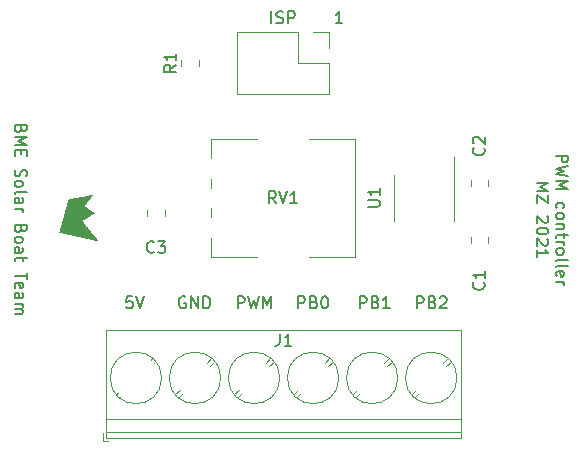
<source format=gbr>
%TF.GenerationSoftware,KiCad,Pcbnew,5.1.9-73d0e3b20d~88~ubuntu20.04.1*%
%TF.CreationDate,2021-04-09T22:55:46+02:00*%
%TF.ProjectId,hardware,68617264-7761-4726-952e-6b696361645f,rev?*%
%TF.SameCoordinates,Original*%
%TF.FileFunction,Legend,Top*%
%TF.FilePolarity,Positive*%
%FSLAX46Y46*%
G04 Gerber Fmt 4.6, Leading zero omitted, Abs format (unit mm)*
G04 Created by KiCad (PCBNEW 5.1.9-73d0e3b20d~88~ubuntu20.04.1) date 2021-04-09 22:55:46*
%MOMM*%
%LPD*%
G01*
G04 APERTURE LIST*
%ADD10C,0.150000*%
%ADD11C,0.010000*%
%ADD12C,0.120000*%
%ADD13R,2.600000X2.600000*%
%ADD14C,2.600000*%
%ADD15R,1.700000X1.700000*%
%ADD16O,1.700000X1.700000*%
%ADD17C,4.000000*%
%ADD18C,1.800000*%
%ADD19C,3.200000*%
G04 APERTURE END LIST*
D10*
X118372619Y-133571428D02*
X119372619Y-133571428D01*
X119372619Y-133952380D01*
X119325000Y-134047619D01*
X119277380Y-134095238D01*
X119182142Y-134142857D01*
X119039285Y-134142857D01*
X118944047Y-134095238D01*
X118896428Y-134047619D01*
X118848809Y-133952380D01*
X118848809Y-133571428D01*
X119372619Y-134476190D02*
X118372619Y-134714285D01*
X119086904Y-134904761D01*
X118372619Y-135095238D01*
X119372619Y-135333333D01*
X118372619Y-135714285D02*
X119372619Y-135714285D01*
X118658333Y-136047619D01*
X119372619Y-136380952D01*
X118372619Y-136380952D01*
X118420238Y-138047619D02*
X118372619Y-137952380D01*
X118372619Y-137761904D01*
X118420238Y-137666666D01*
X118467857Y-137619047D01*
X118563095Y-137571428D01*
X118848809Y-137571428D01*
X118944047Y-137619047D01*
X118991666Y-137666666D01*
X119039285Y-137761904D01*
X119039285Y-137952380D01*
X118991666Y-138047619D01*
X118372619Y-138619047D02*
X118420238Y-138523809D01*
X118467857Y-138476190D01*
X118563095Y-138428571D01*
X118848809Y-138428571D01*
X118944047Y-138476190D01*
X118991666Y-138523809D01*
X119039285Y-138619047D01*
X119039285Y-138761904D01*
X118991666Y-138857142D01*
X118944047Y-138904761D01*
X118848809Y-138952380D01*
X118563095Y-138952380D01*
X118467857Y-138904761D01*
X118420238Y-138857142D01*
X118372619Y-138761904D01*
X118372619Y-138619047D01*
X119039285Y-139380952D02*
X118372619Y-139380952D01*
X118944047Y-139380952D02*
X118991666Y-139428571D01*
X119039285Y-139523809D01*
X119039285Y-139666666D01*
X118991666Y-139761904D01*
X118896428Y-139809523D01*
X118372619Y-139809523D01*
X119039285Y-140142857D02*
X119039285Y-140523809D01*
X119372619Y-140285714D02*
X118515476Y-140285714D01*
X118420238Y-140333333D01*
X118372619Y-140428571D01*
X118372619Y-140523809D01*
X118372619Y-140857142D02*
X119039285Y-140857142D01*
X118848809Y-140857142D02*
X118944047Y-140904761D01*
X118991666Y-140952380D01*
X119039285Y-141047619D01*
X119039285Y-141142857D01*
X118372619Y-141619047D02*
X118420238Y-141523809D01*
X118467857Y-141476190D01*
X118563095Y-141428571D01*
X118848809Y-141428571D01*
X118944047Y-141476190D01*
X118991666Y-141523809D01*
X119039285Y-141619047D01*
X119039285Y-141761904D01*
X118991666Y-141857142D01*
X118944047Y-141904761D01*
X118848809Y-141952380D01*
X118563095Y-141952380D01*
X118467857Y-141904761D01*
X118420238Y-141857142D01*
X118372619Y-141761904D01*
X118372619Y-141619047D01*
X118372619Y-142523809D02*
X118420238Y-142428571D01*
X118515476Y-142380952D01*
X119372619Y-142380952D01*
X118372619Y-143047619D02*
X118420238Y-142952380D01*
X118515476Y-142904761D01*
X119372619Y-142904761D01*
X118420238Y-143809523D02*
X118372619Y-143714285D01*
X118372619Y-143523809D01*
X118420238Y-143428571D01*
X118515476Y-143380952D01*
X118896428Y-143380952D01*
X118991666Y-143428571D01*
X119039285Y-143523809D01*
X119039285Y-143714285D01*
X118991666Y-143809523D01*
X118896428Y-143857142D01*
X118801190Y-143857142D01*
X118705952Y-143380952D01*
X118372619Y-144285714D02*
X119039285Y-144285714D01*
X118848809Y-144285714D02*
X118944047Y-144333333D01*
X118991666Y-144380952D01*
X119039285Y-144476190D01*
X119039285Y-144571428D01*
X116722619Y-135904761D02*
X117722619Y-135904761D01*
X117008333Y-136238095D01*
X117722619Y-136571428D01*
X116722619Y-136571428D01*
X117722619Y-136952380D02*
X117722619Y-137619047D01*
X116722619Y-136952380D01*
X116722619Y-137619047D01*
X117627380Y-138714285D02*
X117675000Y-138761904D01*
X117722619Y-138857142D01*
X117722619Y-139095238D01*
X117675000Y-139190476D01*
X117627380Y-139238095D01*
X117532142Y-139285714D01*
X117436904Y-139285714D01*
X117294047Y-139238095D01*
X116722619Y-138666666D01*
X116722619Y-139285714D01*
X117722619Y-139904761D02*
X117722619Y-140000000D01*
X117675000Y-140095238D01*
X117627380Y-140142857D01*
X117532142Y-140190476D01*
X117341666Y-140238095D01*
X117103571Y-140238095D01*
X116913095Y-140190476D01*
X116817857Y-140142857D01*
X116770238Y-140095238D01*
X116722619Y-140000000D01*
X116722619Y-139904761D01*
X116770238Y-139809523D01*
X116817857Y-139761904D01*
X116913095Y-139714285D01*
X117103571Y-139666666D01*
X117341666Y-139666666D01*
X117532142Y-139714285D01*
X117627380Y-139761904D01*
X117675000Y-139809523D01*
X117722619Y-139904761D01*
X117627380Y-140619047D02*
X117675000Y-140666666D01*
X117722619Y-140761904D01*
X117722619Y-141000000D01*
X117675000Y-141095238D01*
X117627380Y-141142857D01*
X117532142Y-141190476D01*
X117436904Y-141190476D01*
X117294047Y-141142857D01*
X116722619Y-140571428D01*
X116722619Y-141190476D01*
X116722619Y-142142857D02*
X116722619Y-141571428D01*
X116722619Y-141857142D02*
X117722619Y-141857142D01*
X117579761Y-141761904D01*
X117484523Y-141666666D01*
X117436904Y-141571428D01*
X73071428Y-131333333D02*
X73023809Y-131476190D01*
X72976190Y-131523809D01*
X72880952Y-131571428D01*
X72738095Y-131571428D01*
X72642857Y-131523809D01*
X72595238Y-131476190D01*
X72547619Y-131380952D01*
X72547619Y-131000000D01*
X73547619Y-131000000D01*
X73547619Y-131333333D01*
X73500000Y-131428571D01*
X73452380Y-131476190D01*
X73357142Y-131523809D01*
X73261904Y-131523809D01*
X73166666Y-131476190D01*
X73119047Y-131428571D01*
X73071428Y-131333333D01*
X73071428Y-131000000D01*
X72547619Y-132000000D02*
X73547619Y-132000000D01*
X72833333Y-132333333D01*
X73547619Y-132666666D01*
X72547619Y-132666666D01*
X73071428Y-133142857D02*
X73071428Y-133476190D01*
X72547619Y-133619047D02*
X72547619Y-133142857D01*
X73547619Y-133142857D01*
X73547619Y-133619047D01*
X72595238Y-134761904D02*
X72547619Y-134904761D01*
X72547619Y-135142857D01*
X72595238Y-135238095D01*
X72642857Y-135285714D01*
X72738095Y-135333333D01*
X72833333Y-135333333D01*
X72928571Y-135285714D01*
X72976190Y-135238095D01*
X73023809Y-135142857D01*
X73071428Y-134952380D01*
X73119047Y-134857142D01*
X73166666Y-134809523D01*
X73261904Y-134761904D01*
X73357142Y-134761904D01*
X73452380Y-134809523D01*
X73500000Y-134857142D01*
X73547619Y-134952380D01*
X73547619Y-135190476D01*
X73500000Y-135333333D01*
X72547619Y-135904761D02*
X72595238Y-135809523D01*
X72642857Y-135761904D01*
X72738095Y-135714285D01*
X73023809Y-135714285D01*
X73119047Y-135761904D01*
X73166666Y-135809523D01*
X73214285Y-135904761D01*
X73214285Y-136047619D01*
X73166666Y-136142857D01*
X73119047Y-136190476D01*
X73023809Y-136238095D01*
X72738095Y-136238095D01*
X72642857Y-136190476D01*
X72595238Y-136142857D01*
X72547619Y-136047619D01*
X72547619Y-135904761D01*
X72547619Y-136809523D02*
X72595238Y-136714285D01*
X72690476Y-136666666D01*
X73547619Y-136666666D01*
X72547619Y-137619047D02*
X73071428Y-137619047D01*
X73166666Y-137571428D01*
X73214285Y-137476190D01*
X73214285Y-137285714D01*
X73166666Y-137190476D01*
X72595238Y-137619047D02*
X72547619Y-137523809D01*
X72547619Y-137285714D01*
X72595238Y-137190476D01*
X72690476Y-137142857D01*
X72785714Y-137142857D01*
X72880952Y-137190476D01*
X72928571Y-137285714D01*
X72928571Y-137523809D01*
X72976190Y-137619047D01*
X72547619Y-138095238D02*
X73214285Y-138095238D01*
X73023809Y-138095238D02*
X73119047Y-138142857D01*
X73166666Y-138190476D01*
X73214285Y-138285714D01*
X73214285Y-138380952D01*
X73071428Y-139809523D02*
X73023809Y-139952380D01*
X72976190Y-140000000D01*
X72880952Y-140047619D01*
X72738095Y-140047619D01*
X72642857Y-140000000D01*
X72595238Y-139952380D01*
X72547619Y-139857142D01*
X72547619Y-139476190D01*
X73547619Y-139476190D01*
X73547619Y-139809523D01*
X73500000Y-139904761D01*
X73452380Y-139952380D01*
X73357142Y-140000000D01*
X73261904Y-140000000D01*
X73166666Y-139952380D01*
X73119047Y-139904761D01*
X73071428Y-139809523D01*
X73071428Y-139476190D01*
X72547619Y-140619047D02*
X72595238Y-140523809D01*
X72642857Y-140476190D01*
X72738095Y-140428571D01*
X73023809Y-140428571D01*
X73119047Y-140476190D01*
X73166666Y-140523809D01*
X73214285Y-140619047D01*
X73214285Y-140761904D01*
X73166666Y-140857142D01*
X73119047Y-140904761D01*
X73023809Y-140952380D01*
X72738095Y-140952380D01*
X72642857Y-140904761D01*
X72595238Y-140857142D01*
X72547619Y-140761904D01*
X72547619Y-140619047D01*
X72547619Y-141809523D02*
X73071428Y-141809523D01*
X73166666Y-141761904D01*
X73214285Y-141666666D01*
X73214285Y-141476190D01*
X73166666Y-141380952D01*
X72595238Y-141809523D02*
X72547619Y-141714285D01*
X72547619Y-141476190D01*
X72595238Y-141380952D01*
X72690476Y-141333333D01*
X72785714Y-141333333D01*
X72880952Y-141380952D01*
X72928571Y-141476190D01*
X72928571Y-141714285D01*
X72976190Y-141809523D01*
X73214285Y-142142857D02*
X73214285Y-142523809D01*
X73547619Y-142285714D02*
X72690476Y-142285714D01*
X72595238Y-142333333D01*
X72547619Y-142428571D01*
X72547619Y-142523809D01*
X73547619Y-143476190D02*
X73547619Y-144047619D01*
X72547619Y-143761904D02*
X73547619Y-143761904D01*
X72595238Y-144761904D02*
X72547619Y-144666666D01*
X72547619Y-144476190D01*
X72595238Y-144380952D01*
X72690476Y-144333333D01*
X73071428Y-144333333D01*
X73166666Y-144380952D01*
X73214285Y-144476190D01*
X73214285Y-144666666D01*
X73166666Y-144761904D01*
X73071428Y-144809523D01*
X72976190Y-144809523D01*
X72880952Y-144333333D01*
X72547619Y-145666666D02*
X73071428Y-145666666D01*
X73166666Y-145619047D01*
X73214285Y-145523809D01*
X73214285Y-145333333D01*
X73166666Y-145238095D01*
X72595238Y-145666666D02*
X72547619Y-145571428D01*
X72547619Y-145333333D01*
X72595238Y-145238095D01*
X72690476Y-145190476D01*
X72785714Y-145190476D01*
X72880952Y-145238095D01*
X72928571Y-145333333D01*
X72928571Y-145571428D01*
X72976190Y-145666666D01*
X72547619Y-146142857D02*
X73214285Y-146142857D01*
X73119047Y-146142857D02*
X73166666Y-146190476D01*
X73214285Y-146285714D01*
X73214285Y-146428571D01*
X73166666Y-146523809D01*
X73071428Y-146571428D01*
X72547619Y-146571428D01*
X73071428Y-146571428D02*
X73166666Y-146619047D01*
X73214285Y-146714285D01*
X73214285Y-146857142D01*
X73166666Y-146952380D01*
X73071428Y-147000000D01*
X72547619Y-147000000D01*
X106584904Y-146502380D02*
X106584904Y-145502380D01*
X106965857Y-145502380D01*
X107061095Y-145550000D01*
X107108714Y-145597619D01*
X107156333Y-145692857D01*
X107156333Y-145835714D01*
X107108714Y-145930952D01*
X107061095Y-145978571D01*
X106965857Y-146026190D01*
X106584904Y-146026190D01*
X107918238Y-145978571D02*
X108061095Y-146026190D01*
X108108714Y-146073809D01*
X108156333Y-146169047D01*
X108156333Y-146311904D01*
X108108714Y-146407142D01*
X108061095Y-146454761D01*
X107965857Y-146502380D01*
X107584904Y-146502380D01*
X107584904Y-145502380D01*
X107918238Y-145502380D01*
X108013476Y-145550000D01*
X108061095Y-145597619D01*
X108108714Y-145692857D01*
X108108714Y-145788095D01*
X108061095Y-145883333D01*
X108013476Y-145930952D01*
X107918238Y-145978571D01*
X107584904Y-145978571D01*
X108537285Y-145597619D02*
X108584904Y-145550000D01*
X108680142Y-145502380D01*
X108918238Y-145502380D01*
X109013476Y-145550000D01*
X109061095Y-145597619D01*
X109108714Y-145692857D01*
X109108714Y-145788095D01*
X109061095Y-145930952D01*
X108489666Y-146502380D01*
X109108714Y-146502380D01*
X101758904Y-146502380D02*
X101758904Y-145502380D01*
X102139857Y-145502380D01*
X102235095Y-145550000D01*
X102282714Y-145597619D01*
X102330333Y-145692857D01*
X102330333Y-145835714D01*
X102282714Y-145930952D01*
X102235095Y-145978571D01*
X102139857Y-146026190D01*
X101758904Y-146026190D01*
X103092238Y-145978571D02*
X103235095Y-146026190D01*
X103282714Y-146073809D01*
X103330333Y-146169047D01*
X103330333Y-146311904D01*
X103282714Y-146407142D01*
X103235095Y-146454761D01*
X103139857Y-146502380D01*
X102758904Y-146502380D01*
X102758904Y-145502380D01*
X103092238Y-145502380D01*
X103187476Y-145550000D01*
X103235095Y-145597619D01*
X103282714Y-145692857D01*
X103282714Y-145788095D01*
X103235095Y-145883333D01*
X103187476Y-145930952D01*
X103092238Y-145978571D01*
X102758904Y-145978571D01*
X104282714Y-146502380D02*
X103711285Y-146502380D01*
X103997000Y-146502380D02*
X103997000Y-145502380D01*
X103901761Y-145645238D01*
X103806523Y-145740476D01*
X103711285Y-145788095D01*
X96551904Y-146502380D02*
X96551904Y-145502380D01*
X96932857Y-145502380D01*
X97028095Y-145550000D01*
X97075714Y-145597619D01*
X97123333Y-145692857D01*
X97123333Y-145835714D01*
X97075714Y-145930952D01*
X97028095Y-145978571D01*
X96932857Y-146026190D01*
X96551904Y-146026190D01*
X97885238Y-145978571D02*
X98028095Y-146026190D01*
X98075714Y-146073809D01*
X98123333Y-146169047D01*
X98123333Y-146311904D01*
X98075714Y-146407142D01*
X98028095Y-146454761D01*
X97932857Y-146502380D01*
X97551904Y-146502380D01*
X97551904Y-145502380D01*
X97885238Y-145502380D01*
X97980476Y-145550000D01*
X98028095Y-145597619D01*
X98075714Y-145692857D01*
X98075714Y-145788095D01*
X98028095Y-145883333D01*
X97980476Y-145930952D01*
X97885238Y-145978571D01*
X97551904Y-145978571D01*
X98742380Y-145502380D02*
X98837619Y-145502380D01*
X98932857Y-145550000D01*
X98980476Y-145597619D01*
X99028095Y-145692857D01*
X99075714Y-145883333D01*
X99075714Y-146121428D01*
X99028095Y-146311904D01*
X98980476Y-146407142D01*
X98932857Y-146454761D01*
X98837619Y-146502380D01*
X98742380Y-146502380D01*
X98647142Y-146454761D01*
X98599523Y-146407142D01*
X98551904Y-146311904D01*
X98504285Y-146121428D01*
X98504285Y-145883333D01*
X98551904Y-145692857D01*
X98599523Y-145597619D01*
X98647142Y-145550000D01*
X98742380Y-145502380D01*
X91432238Y-146502380D02*
X91432238Y-145502380D01*
X91813190Y-145502380D01*
X91908428Y-145550000D01*
X91956047Y-145597619D01*
X92003666Y-145692857D01*
X92003666Y-145835714D01*
X91956047Y-145930952D01*
X91908428Y-145978571D01*
X91813190Y-146026190D01*
X91432238Y-146026190D01*
X92337000Y-145502380D02*
X92575095Y-146502380D01*
X92765571Y-145788095D01*
X92956047Y-146502380D01*
X93194142Y-145502380D01*
X93575095Y-146502380D02*
X93575095Y-145502380D01*
X93908428Y-146216666D01*
X94241761Y-145502380D01*
X94241761Y-146502380D01*
X86995095Y-145550000D02*
X86899857Y-145502380D01*
X86757000Y-145502380D01*
X86614142Y-145550000D01*
X86518904Y-145645238D01*
X86471285Y-145740476D01*
X86423666Y-145930952D01*
X86423666Y-146073809D01*
X86471285Y-146264285D01*
X86518904Y-146359523D01*
X86614142Y-146454761D01*
X86757000Y-146502380D01*
X86852238Y-146502380D01*
X86995095Y-146454761D01*
X87042714Y-146407142D01*
X87042714Y-146073809D01*
X86852238Y-146073809D01*
X87471285Y-146502380D02*
X87471285Y-145502380D01*
X88042714Y-146502380D01*
X88042714Y-145502380D01*
X88518904Y-146502380D02*
X88518904Y-145502380D01*
X88757000Y-145502380D01*
X88899857Y-145550000D01*
X88995095Y-145645238D01*
X89042714Y-145740476D01*
X89090333Y-145930952D01*
X89090333Y-146073809D01*
X89042714Y-146264285D01*
X88995095Y-146359523D01*
X88899857Y-146454761D01*
X88757000Y-146502380D01*
X88518904Y-146502380D01*
X82486523Y-145502380D02*
X82010333Y-145502380D01*
X81962714Y-145978571D01*
X82010333Y-145930952D01*
X82105571Y-145883333D01*
X82343666Y-145883333D01*
X82438904Y-145930952D01*
X82486523Y-145978571D01*
X82534142Y-146073809D01*
X82534142Y-146311904D01*
X82486523Y-146407142D01*
X82438904Y-146454761D01*
X82343666Y-146502380D01*
X82105571Y-146502380D01*
X82010333Y-146454761D01*
X81962714Y-146407142D01*
X82819857Y-145502380D02*
X83153190Y-146502380D01*
X83486523Y-145502380D01*
X94273809Y-122372380D02*
X94273809Y-121372380D01*
X94702380Y-122324761D02*
X94845238Y-122372380D01*
X95083333Y-122372380D01*
X95178571Y-122324761D01*
X95226190Y-122277142D01*
X95273809Y-122181904D01*
X95273809Y-122086666D01*
X95226190Y-121991428D01*
X95178571Y-121943809D01*
X95083333Y-121896190D01*
X94892857Y-121848571D01*
X94797619Y-121800952D01*
X94750000Y-121753333D01*
X94702380Y-121658095D01*
X94702380Y-121562857D01*
X94750000Y-121467619D01*
X94797619Y-121420000D01*
X94892857Y-121372380D01*
X95130952Y-121372380D01*
X95273809Y-121420000D01*
X95702380Y-122372380D02*
X95702380Y-121372380D01*
X96083333Y-121372380D01*
X96178571Y-121420000D01*
X96226190Y-121467619D01*
X96273809Y-121562857D01*
X96273809Y-121705714D01*
X96226190Y-121800952D01*
X96178571Y-121848571D01*
X96083333Y-121896190D01*
X95702380Y-121896190D01*
X100285714Y-122372380D02*
X99714285Y-122372380D01*
X100000000Y-122372380D02*
X100000000Y-121372380D01*
X99904761Y-121515238D01*
X99809523Y-121610476D01*
X99714285Y-121658095D01*
D11*
%TO.C,G\u002A\u002A\u002A*%
G36*
X79492176Y-140722967D02*
G01*
X79480820Y-140725648D01*
X79469993Y-140724977D01*
X79451354Y-140722416D01*
X79426993Y-140718353D01*
X79399001Y-140713178D01*
X79369468Y-140707279D01*
X79340482Y-140701045D01*
X79314134Y-140694864D01*
X79310640Y-140693992D01*
X79300642Y-140691617D01*
X79281600Y-140687243D01*
X79254216Y-140681025D01*
X79219189Y-140673118D01*
X79177220Y-140663678D01*
X79129009Y-140652861D01*
X79075256Y-140640822D01*
X79016661Y-140627718D01*
X78953925Y-140613704D01*
X78887747Y-140598935D01*
X78818828Y-140583568D01*
X78747868Y-140567759D01*
X78675567Y-140551662D01*
X78602625Y-140535433D01*
X78529743Y-140519229D01*
X78457621Y-140503205D01*
X78386958Y-140487517D01*
X78318455Y-140472320D01*
X78252813Y-140457771D01*
X78190730Y-140444024D01*
X78132909Y-140431236D01*
X78080047Y-140419563D01*
X78032847Y-140409159D01*
X77992008Y-140400182D01*
X77958230Y-140392786D01*
X77932213Y-140387127D01*
X77914658Y-140383361D01*
X77906265Y-140381644D01*
X77906020Y-140381601D01*
X77886164Y-140377853D01*
X77863064Y-140372896D01*
X77850140Y-140369856D01*
X77828867Y-140364769D01*
X77801234Y-140358371D01*
X77769769Y-140351225D01*
X77737001Y-140343897D01*
X77705458Y-140336948D01*
X77677667Y-140330944D01*
X77656157Y-140326446D01*
X77649480Y-140325119D01*
X77631286Y-140321245D01*
X77615342Y-140317258D01*
X77608840Y-140315288D01*
X77601459Y-140313340D01*
X77585167Y-140309450D01*
X77560979Y-140303850D01*
X77529910Y-140296769D01*
X77492975Y-140288436D01*
X77451188Y-140279083D01*
X77405565Y-140268938D01*
X77357120Y-140258231D01*
X77352300Y-140257170D01*
X77302854Y-140246269D01*
X77255484Y-140235802D01*
X77211309Y-140226019D01*
X77171444Y-140217167D01*
X77137006Y-140209494D01*
X77109110Y-140203248D01*
X77088874Y-140198679D01*
X77077413Y-140196034D01*
X77077226Y-140195989D01*
X77054492Y-140190760D01*
X77027576Y-140184913D01*
X76998422Y-140178830D01*
X76968975Y-140172896D01*
X76941181Y-140167493D01*
X76916984Y-140163005D01*
X76898329Y-140159816D01*
X76887161Y-140158309D01*
X76885746Y-140158240D01*
X76874511Y-140156384D01*
X76869447Y-140153719D01*
X76861286Y-140149904D01*
X76844030Y-140144772D01*
X76818630Y-140138531D01*
X76786034Y-140131391D01*
X76747194Y-140123561D01*
X76703059Y-140115248D01*
X76657278Y-140107126D01*
X76639685Y-140103559D01*
X76625322Y-140099709D01*
X76619178Y-140097320D01*
X76609069Y-140093371D01*
X76593864Y-140089058D01*
X76587760Y-140087636D01*
X76571825Y-140084055D01*
X76550139Y-140079038D01*
X76526828Y-140073541D01*
X76521720Y-140072321D01*
X76499834Y-140067515D01*
X76479752Y-140063862D01*
X76464971Y-140061978D01*
X76462134Y-140061850D01*
X76446775Y-140060663D01*
X76426700Y-140057691D01*
X76404721Y-140053531D01*
X76383649Y-140048776D01*
X76366296Y-140044023D01*
X76355474Y-140039868D01*
X76354080Y-140038962D01*
X76342648Y-140031842D01*
X76337570Y-140029631D01*
X76329711Y-140022633D01*
X76330072Y-140012465D01*
X76332904Y-140008126D01*
X76338030Y-139998382D01*
X76342689Y-139983506D01*
X76345858Y-139967820D01*
X76346513Y-139955652D01*
X76345946Y-139952990D01*
X76346012Y-139943460D01*
X76350055Y-139929839D01*
X76351831Y-139925788D01*
X76357956Y-139909896D01*
X76363985Y-139889504D01*
X76367077Y-139876300D01*
X76372763Y-139853459D01*
X76380324Y-139829221D01*
X76384519Y-139817880D01*
X76388559Y-139806303D01*
X76394848Y-139786365D01*
X76402973Y-139759508D01*
X76412525Y-139727178D01*
X76423090Y-139690816D01*
X76434257Y-139651867D01*
X76445615Y-139611775D01*
X76456751Y-139571984D01*
X76467255Y-139533936D01*
X76476713Y-139499076D01*
X76484716Y-139468847D01*
X76490272Y-139447040D01*
X76497453Y-139420215D01*
X76506345Y-139390039D01*
X76515121Y-139362687D01*
X76515807Y-139360680D01*
X76523232Y-139337095D01*
X76529636Y-139313204D01*
X76533869Y-139293382D01*
X76534440Y-139289682D01*
X76537756Y-139272036D01*
X76542103Y-139257263D01*
X76544742Y-139251582D01*
X76546762Y-139245718D01*
X76551329Y-139230723D01*
X76558258Y-139207255D01*
X76567364Y-139175971D01*
X76578463Y-139137525D01*
X76591368Y-139092575D01*
X76605896Y-139041777D01*
X76621861Y-138985787D01*
X76639078Y-138925262D01*
X76657363Y-138860857D01*
X76676530Y-138793228D01*
X76696395Y-138723033D01*
X76716772Y-138650928D01*
X76737476Y-138577568D01*
X76758324Y-138503610D01*
X76779128Y-138429710D01*
X76799706Y-138356524D01*
X76819871Y-138284710D01*
X76839440Y-138214922D01*
X76858225Y-138147818D01*
X76876044Y-138084053D01*
X76892711Y-138024285D01*
X76908041Y-137969168D01*
X76921849Y-137919359D01*
X76933949Y-137875516D01*
X76944158Y-137838293D01*
X76952290Y-137808347D01*
X76958161Y-137786335D01*
X76961584Y-137772912D01*
X76962111Y-137770640D01*
X76966780Y-137750834D01*
X76971577Y-137732822D01*
X76974831Y-137722380D01*
X76978044Y-137712399D01*
X76983794Y-137693368D01*
X76991870Y-137666015D01*
X77002061Y-137631071D01*
X77014155Y-137589266D01*
X77027941Y-137541329D01*
X77043208Y-137487991D01*
X77059744Y-137429982D01*
X77074812Y-137376940D01*
X77084494Y-137342986D01*
X77091952Y-137317592D01*
X77097690Y-137299533D01*
X77102213Y-137287580D01*
X77106025Y-137280506D01*
X77109628Y-137277087D01*
X77113527Y-137276093D01*
X77116206Y-137276150D01*
X77127697Y-137275533D01*
X77145036Y-137273116D01*
X77161800Y-137269962D01*
X77177903Y-137266677D01*
X77202708Y-137261794D01*
X77235620Y-137255422D01*
X77276046Y-137247673D01*
X77323391Y-137238656D01*
X77377061Y-137228483D01*
X77436461Y-137217263D01*
X77500997Y-137205108D01*
X77570075Y-137192127D01*
X77643100Y-137178432D01*
X77719478Y-137164131D01*
X77798614Y-137149337D01*
X77879915Y-137134160D01*
X77962786Y-137118709D01*
X78046632Y-137103095D01*
X78130859Y-137087430D01*
X78214873Y-137071822D01*
X78298079Y-137056383D01*
X78379884Y-137041224D01*
X78459692Y-137026454D01*
X78536909Y-137012184D01*
X78610942Y-136998524D01*
X78681195Y-136985586D01*
X78747074Y-136973478D01*
X78807985Y-136962313D01*
X78863334Y-136952200D01*
X78912525Y-136943250D01*
X78954966Y-136935573D01*
X78990061Y-136929280D01*
X79017216Y-136924481D01*
X79035837Y-136921286D01*
X79045329Y-136919806D01*
X79046461Y-136919728D01*
X79051347Y-136927456D01*
X79048049Y-136937276D01*
X79041922Y-136943250D01*
X79037054Y-136948561D01*
X79026682Y-136961244D01*
X79011283Y-136980672D01*
X78991328Y-137006216D01*
X78967294Y-137037250D01*
X78939653Y-137073146D01*
X78908880Y-137113278D01*
X78875448Y-137157018D01*
X78839833Y-137203740D01*
X78802508Y-137252815D01*
X78763946Y-137303618D01*
X78724623Y-137355519D01*
X78685012Y-137407894D01*
X78645588Y-137460113D01*
X78606823Y-137511551D01*
X78569194Y-137561579D01*
X78533172Y-137609572D01*
X78499234Y-137654900D01*
X78467852Y-137696939D01*
X78439501Y-137735059D01*
X78414654Y-137768635D01*
X78393787Y-137797038D01*
X78377372Y-137819642D01*
X78365885Y-137835820D01*
X78359799Y-137844944D01*
X78358947Y-137846785D01*
X78364823Y-137851115D01*
X78366091Y-137851992D01*
X78366091Y-137883645D01*
X78365760Y-137884340D01*
X78369337Y-137888976D01*
X78370840Y-137890020D01*
X78375590Y-137891314D01*
X78375920Y-137890619D01*
X78372344Y-137885983D01*
X78370840Y-137884940D01*
X78366091Y-137883645D01*
X78366091Y-137851992D01*
X78378389Y-137860498D01*
X78398947Y-137874472D01*
X78425801Y-137892576D01*
X78457531Y-137913862D01*
X78457531Y-137944605D01*
X78457200Y-137945300D01*
X78460777Y-137949936D01*
X78462280Y-137950980D01*
X78467030Y-137952274D01*
X78467360Y-137951579D01*
X78463784Y-137946943D01*
X78462280Y-137945900D01*
X78457531Y-137944605D01*
X78457531Y-137913862D01*
X78458254Y-137914348D01*
X78488011Y-137934246D01*
X78488011Y-137964925D01*
X78487680Y-137965620D01*
X78491257Y-137970256D01*
X78492760Y-137971300D01*
X78497510Y-137972594D01*
X78497840Y-137971899D01*
X78494264Y-137967263D01*
X78492760Y-137966220D01*
X78488011Y-137964925D01*
X78488011Y-137934246D01*
X78495609Y-137939327D01*
X78505460Y-137945898D01*
X78505460Y-137973840D01*
X78502920Y-137976380D01*
X78505460Y-137978920D01*
X78508000Y-137976380D01*
X78505460Y-137973840D01*
X78505460Y-137945898D01*
X78537169Y-137967052D01*
X78551180Y-137976381D01*
X78551180Y-138004320D01*
X78548640Y-138006860D01*
X78551180Y-138009400D01*
X78553720Y-138006860D01*
X78551180Y-138004320D01*
X78551180Y-137976381D01*
X78582236Y-137997062D01*
X78630115Y-138028894D01*
X78680109Y-138062088D01*
X78731519Y-138096182D01*
X78783651Y-138130715D01*
X78835805Y-138165226D01*
X78887287Y-138199253D01*
X78937398Y-138232335D01*
X78985443Y-138264010D01*
X79030723Y-138293818D01*
X79072543Y-138321297D01*
X79110205Y-138345985D01*
X79143012Y-138367421D01*
X79170267Y-138385144D01*
X79191274Y-138398693D01*
X79205336Y-138407606D01*
X79211756Y-138411421D01*
X79212032Y-138411529D01*
X79216743Y-138412633D01*
X79220143Y-138414106D01*
X79221812Y-138416213D01*
X79221330Y-138419217D01*
X79218279Y-138423383D01*
X79212239Y-138428975D01*
X79202792Y-138436256D01*
X79189516Y-138445490D01*
X79171994Y-138456941D01*
X79149806Y-138470874D01*
X79122533Y-138487551D01*
X79089755Y-138507238D01*
X79051053Y-138530197D01*
X79006008Y-138556693D01*
X78954200Y-138586990D01*
X78895210Y-138621352D01*
X78828619Y-138660042D01*
X78754008Y-138703325D01*
X78683646Y-138744110D01*
X78615602Y-138783551D01*
X78550017Y-138821579D01*
X78487424Y-138857885D01*
X78428358Y-138892157D01*
X78373353Y-138924086D01*
X78322945Y-138953361D01*
X78277667Y-138979670D01*
X78238054Y-139002705D01*
X78204641Y-139022153D01*
X78177961Y-139037705D01*
X78158551Y-139049050D01*
X78146943Y-139055877D01*
X78143611Y-139057896D01*
X78146599Y-139061948D01*
X78155747Y-139073481D01*
X78170757Y-139092132D01*
X78191332Y-139117536D01*
X78217174Y-139149332D01*
X78247986Y-139187155D01*
X78283471Y-139230641D01*
X78323332Y-139279427D01*
X78367271Y-139333151D01*
X78414991Y-139391447D01*
X78466195Y-139453953D01*
X78520586Y-139520305D01*
X78577866Y-139590140D01*
X78637738Y-139663094D01*
X78699904Y-139738803D01*
X78764068Y-139816905D01*
X78818865Y-139883574D01*
X78884520Y-139963477D01*
X78948440Y-140041349D01*
X79010326Y-140116822D01*
X79069881Y-140189530D01*
X79126805Y-140259106D01*
X79180799Y-140325182D01*
X79231566Y-140387390D01*
X79278805Y-140445365D01*
X79322219Y-140498739D01*
X79361508Y-140547143D01*
X79396374Y-140590212D01*
X79426519Y-140627579D01*
X79448131Y-140654500D01*
X79448131Y-140692885D01*
X79447800Y-140693580D01*
X79451377Y-140698216D01*
X79452880Y-140699260D01*
X79457630Y-140700554D01*
X79457960Y-140699859D01*
X79454384Y-140695223D01*
X79452880Y-140694180D01*
X79448131Y-140692885D01*
X79448131Y-140654500D01*
X79451643Y-140658875D01*
X79471447Y-140683733D01*
X79485634Y-140701787D01*
X79493904Y-140712670D01*
X79496060Y-140715986D01*
X79492176Y-140722967D01*
G37*
X79492176Y-140722967D02*
X79480820Y-140725648D01*
X79469993Y-140724977D01*
X79451354Y-140722416D01*
X79426993Y-140718353D01*
X79399001Y-140713178D01*
X79369468Y-140707279D01*
X79340482Y-140701045D01*
X79314134Y-140694864D01*
X79310640Y-140693992D01*
X79300642Y-140691617D01*
X79281600Y-140687243D01*
X79254216Y-140681025D01*
X79219189Y-140673118D01*
X79177220Y-140663678D01*
X79129009Y-140652861D01*
X79075256Y-140640822D01*
X79016661Y-140627718D01*
X78953925Y-140613704D01*
X78887747Y-140598935D01*
X78818828Y-140583568D01*
X78747868Y-140567759D01*
X78675567Y-140551662D01*
X78602625Y-140535433D01*
X78529743Y-140519229D01*
X78457621Y-140503205D01*
X78386958Y-140487517D01*
X78318455Y-140472320D01*
X78252813Y-140457771D01*
X78190730Y-140444024D01*
X78132909Y-140431236D01*
X78080047Y-140419563D01*
X78032847Y-140409159D01*
X77992008Y-140400182D01*
X77958230Y-140392786D01*
X77932213Y-140387127D01*
X77914658Y-140383361D01*
X77906265Y-140381644D01*
X77906020Y-140381601D01*
X77886164Y-140377853D01*
X77863064Y-140372896D01*
X77850140Y-140369856D01*
X77828867Y-140364769D01*
X77801234Y-140358371D01*
X77769769Y-140351225D01*
X77737001Y-140343897D01*
X77705458Y-140336948D01*
X77677667Y-140330944D01*
X77656157Y-140326446D01*
X77649480Y-140325119D01*
X77631286Y-140321245D01*
X77615342Y-140317258D01*
X77608840Y-140315288D01*
X77601459Y-140313340D01*
X77585167Y-140309450D01*
X77560979Y-140303850D01*
X77529910Y-140296769D01*
X77492975Y-140288436D01*
X77451188Y-140279083D01*
X77405565Y-140268938D01*
X77357120Y-140258231D01*
X77352300Y-140257170D01*
X77302854Y-140246269D01*
X77255484Y-140235802D01*
X77211309Y-140226019D01*
X77171444Y-140217167D01*
X77137006Y-140209494D01*
X77109110Y-140203248D01*
X77088874Y-140198679D01*
X77077413Y-140196034D01*
X77077226Y-140195989D01*
X77054492Y-140190760D01*
X77027576Y-140184913D01*
X76998422Y-140178830D01*
X76968975Y-140172896D01*
X76941181Y-140167493D01*
X76916984Y-140163005D01*
X76898329Y-140159816D01*
X76887161Y-140158309D01*
X76885746Y-140158240D01*
X76874511Y-140156384D01*
X76869447Y-140153719D01*
X76861286Y-140149904D01*
X76844030Y-140144772D01*
X76818630Y-140138531D01*
X76786034Y-140131391D01*
X76747194Y-140123561D01*
X76703059Y-140115248D01*
X76657278Y-140107126D01*
X76639685Y-140103559D01*
X76625322Y-140099709D01*
X76619178Y-140097320D01*
X76609069Y-140093371D01*
X76593864Y-140089058D01*
X76587760Y-140087636D01*
X76571825Y-140084055D01*
X76550139Y-140079038D01*
X76526828Y-140073541D01*
X76521720Y-140072321D01*
X76499834Y-140067515D01*
X76479752Y-140063862D01*
X76464971Y-140061978D01*
X76462134Y-140061850D01*
X76446775Y-140060663D01*
X76426700Y-140057691D01*
X76404721Y-140053531D01*
X76383649Y-140048776D01*
X76366296Y-140044023D01*
X76355474Y-140039868D01*
X76354080Y-140038962D01*
X76342648Y-140031842D01*
X76337570Y-140029631D01*
X76329711Y-140022633D01*
X76330072Y-140012465D01*
X76332904Y-140008126D01*
X76338030Y-139998382D01*
X76342689Y-139983506D01*
X76345858Y-139967820D01*
X76346513Y-139955652D01*
X76345946Y-139952990D01*
X76346012Y-139943460D01*
X76350055Y-139929839D01*
X76351831Y-139925788D01*
X76357956Y-139909896D01*
X76363985Y-139889504D01*
X76367077Y-139876300D01*
X76372763Y-139853459D01*
X76380324Y-139829221D01*
X76384519Y-139817880D01*
X76388559Y-139806303D01*
X76394848Y-139786365D01*
X76402973Y-139759508D01*
X76412525Y-139727178D01*
X76423090Y-139690816D01*
X76434257Y-139651867D01*
X76445615Y-139611775D01*
X76456751Y-139571984D01*
X76467255Y-139533936D01*
X76476713Y-139499076D01*
X76484716Y-139468847D01*
X76490272Y-139447040D01*
X76497453Y-139420215D01*
X76506345Y-139390039D01*
X76515121Y-139362687D01*
X76515807Y-139360680D01*
X76523232Y-139337095D01*
X76529636Y-139313204D01*
X76533869Y-139293382D01*
X76534440Y-139289682D01*
X76537756Y-139272036D01*
X76542103Y-139257263D01*
X76544742Y-139251582D01*
X76546762Y-139245718D01*
X76551329Y-139230723D01*
X76558258Y-139207255D01*
X76567364Y-139175971D01*
X76578463Y-139137525D01*
X76591368Y-139092575D01*
X76605896Y-139041777D01*
X76621861Y-138985787D01*
X76639078Y-138925262D01*
X76657363Y-138860857D01*
X76676530Y-138793228D01*
X76696395Y-138723033D01*
X76716772Y-138650928D01*
X76737476Y-138577568D01*
X76758324Y-138503610D01*
X76779128Y-138429710D01*
X76799706Y-138356524D01*
X76819871Y-138284710D01*
X76839440Y-138214922D01*
X76858225Y-138147818D01*
X76876044Y-138084053D01*
X76892711Y-138024285D01*
X76908041Y-137969168D01*
X76921849Y-137919359D01*
X76933949Y-137875516D01*
X76944158Y-137838293D01*
X76952290Y-137808347D01*
X76958161Y-137786335D01*
X76961584Y-137772912D01*
X76962111Y-137770640D01*
X76966780Y-137750834D01*
X76971577Y-137732822D01*
X76974831Y-137722380D01*
X76978044Y-137712399D01*
X76983794Y-137693368D01*
X76991870Y-137666015D01*
X77002061Y-137631071D01*
X77014155Y-137589266D01*
X77027941Y-137541329D01*
X77043208Y-137487991D01*
X77059744Y-137429982D01*
X77074812Y-137376940D01*
X77084494Y-137342986D01*
X77091952Y-137317592D01*
X77097690Y-137299533D01*
X77102213Y-137287580D01*
X77106025Y-137280506D01*
X77109628Y-137277087D01*
X77113527Y-137276093D01*
X77116206Y-137276150D01*
X77127697Y-137275533D01*
X77145036Y-137273116D01*
X77161800Y-137269962D01*
X77177903Y-137266677D01*
X77202708Y-137261794D01*
X77235620Y-137255422D01*
X77276046Y-137247673D01*
X77323391Y-137238656D01*
X77377061Y-137228483D01*
X77436461Y-137217263D01*
X77500997Y-137205108D01*
X77570075Y-137192127D01*
X77643100Y-137178432D01*
X77719478Y-137164131D01*
X77798614Y-137149337D01*
X77879915Y-137134160D01*
X77962786Y-137118709D01*
X78046632Y-137103095D01*
X78130859Y-137087430D01*
X78214873Y-137071822D01*
X78298079Y-137056383D01*
X78379884Y-137041224D01*
X78459692Y-137026454D01*
X78536909Y-137012184D01*
X78610942Y-136998524D01*
X78681195Y-136985586D01*
X78747074Y-136973478D01*
X78807985Y-136962313D01*
X78863334Y-136952200D01*
X78912525Y-136943250D01*
X78954966Y-136935573D01*
X78990061Y-136929280D01*
X79017216Y-136924481D01*
X79035837Y-136921286D01*
X79045329Y-136919806D01*
X79046461Y-136919728D01*
X79051347Y-136927456D01*
X79048049Y-136937276D01*
X79041922Y-136943250D01*
X79037054Y-136948561D01*
X79026682Y-136961244D01*
X79011283Y-136980672D01*
X78991328Y-137006216D01*
X78967294Y-137037250D01*
X78939653Y-137073146D01*
X78908880Y-137113278D01*
X78875448Y-137157018D01*
X78839833Y-137203740D01*
X78802508Y-137252815D01*
X78763946Y-137303618D01*
X78724623Y-137355519D01*
X78685012Y-137407894D01*
X78645588Y-137460113D01*
X78606823Y-137511551D01*
X78569194Y-137561579D01*
X78533172Y-137609572D01*
X78499234Y-137654900D01*
X78467852Y-137696939D01*
X78439501Y-137735059D01*
X78414654Y-137768635D01*
X78393787Y-137797038D01*
X78377372Y-137819642D01*
X78365885Y-137835820D01*
X78359799Y-137844944D01*
X78358947Y-137846785D01*
X78364823Y-137851115D01*
X78366091Y-137851992D01*
X78366091Y-137883645D01*
X78365760Y-137884340D01*
X78369337Y-137888976D01*
X78370840Y-137890020D01*
X78375590Y-137891314D01*
X78375920Y-137890619D01*
X78372344Y-137885983D01*
X78370840Y-137884940D01*
X78366091Y-137883645D01*
X78366091Y-137851992D01*
X78378389Y-137860498D01*
X78398947Y-137874472D01*
X78425801Y-137892576D01*
X78457531Y-137913862D01*
X78457531Y-137944605D01*
X78457200Y-137945300D01*
X78460777Y-137949936D01*
X78462280Y-137950980D01*
X78467030Y-137952274D01*
X78467360Y-137951579D01*
X78463784Y-137946943D01*
X78462280Y-137945900D01*
X78457531Y-137944605D01*
X78457531Y-137913862D01*
X78458254Y-137914348D01*
X78488011Y-137934246D01*
X78488011Y-137964925D01*
X78487680Y-137965620D01*
X78491257Y-137970256D01*
X78492760Y-137971300D01*
X78497510Y-137972594D01*
X78497840Y-137971899D01*
X78494264Y-137967263D01*
X78492760Y-137966220D01*
X78488011Y-137964925D01*
X78488011Y-137934246D01*
X78495609Y-137939327D01*
X78505460Y-137945898D01*
X78505460Y-137973840D01*
X78502920Y-137976380D01*
X78505460Y-137978920D01*
X78508000Y-137976380D01*
X78505460Y-137973840D01*
X78505460Y-137945898D01*
X78537169Y-137967052D01*
X78551180Y-137976381D01*
X78551180Y-138004320D01*
X78548640Y-138006860D01*
X78551180Y-138009400D01*
X78553720Y-138006860D01*
X78551180Y-138004320D01*
X78551180Y-137976381D01*
X78582236Y-137997062D01*
X78630115Y-138028894D01*
X78680109Y-138062088D01*
X78731519Y-138096182D01*
X78783651Y-138130715D01*
X78835805Y-138165226D01*
X78887287Y-138199253D01*
X78937398Y-138232335D01*
X78985443Y-138264010D01*
X79030723Y-138293818D01*
X79072543Y-138321297D01*
X79110205Y-138345985D01*
X79143012Y-138367421D01*
X79170267Y-138385144D01*
X79191274Y-138398693D01*
X79205336Y-138407606D01*
X79211756Y-138411421D01*
X79212032Y-138411529D01*
X79216743Y-138412633D01*
X79220143Y-138414106D01*
X79221812Y-138416213D01*
X79221330Y-138419217D01*
X79218279Y-138423383D01*
X79212239Y-138428975D01*
X79202792Y-138436256D01*
X79189516Y-138445490D01*
X79171994Y-138456941D01*
X79149806Y-138470874D01*
X79122533Y-138487551D01*
X79089755Y-138507238D01*
X79051053Y-138530197D01*
X79006008Y-138556693D01*
X78954200Y-138586990D01*
X78895210Y-138621352D01*
X78828619Y-138660042D01*
X78754008Y-138703325D01*
X78683646Y-138744110D01*
X78615602Y-138783551D01*
X78550017Y-138821579D01*
X78487424Y-138857885D01*
X78428358Y-138892157D01*
X78373353Y-138924086D01*
X78322945Y-138953361D01*
X78277667Y-138979670D01*
X78238054Y-139002705D01*
X78204641Y-139022153D01*
X78177961Y-139037705D01*
X78158551Y-139049050D01*
X78146943Y-139055877D01*
X78143611Y-139057896D01*
X78146599Y-139061948D01*
X78155747Y-139073481D01*
X78170757Y-139092132D01*
X78191332Y-139117536D01*
X78217174Y-139149332D01*
X78247986Y-139187155D01*
X78283471Y-139230641D01*
X78323332Y-139279427D01*
X78367271Y-139333151D01*
X78414991Y-139391447D01*
X78466195Y-139453953D01*
X78520586Y-139520305D01*
X78577866Y-139590140D01*
X78637738Y-139663094D01*
X78699904Y-139738803D01*
X78764068Y-139816905D01*
X78818865Y-139883574D01*
X78884520Y-139963477D01*
X78948440Y-140041349D01*
X79010326Y-140116822D01*
X79069881Y-140189530D01*
X79126805Y-140259106D01*
X79180799Y-140325182D01*
X79231566Y-140387390D01*
X79278805Y-140445365D01*
X79322219Y-140498739D01*
X79361508Y-140547143D01*
X79396374Y-140590212D01*
X79426519Y-140627579D01*
X79448131Y-140654500D01*
X79448131Y-140692885D01*
X79447800Y-140693580D01*
X79451377Y-140698216D01*
X79452880Y-140699260D01*
X79457630Y-140700554D01*
X79457960Y-140699859D01*
X79454384Y-140695223D01*
X79452880Y-140694180D01*
X79448131Y-140692885D01*
X79448131Y-140654500D01*
X79451643Y-140658875D01*
X79471447Y-140683733D01*
X79485634Y-140701787D01*
X79493904Y-140712670D01*
X79496060Y-140715986D01*
X79492176Y-140722967D01*
D12*
%TO.C,C1*%
X112622000Y-140476248D02*
X112622000Y-140998752D01*
X111152000Y-140476248D02*
X111152000Y-140998752D01*
%TO.C,C2*%
X112622000Y-136172752D02*
X112622000Y-135650248D01*
X111152000Y-136172752D02*
X111152000Y-135650248D01*
%TO.C,C3*%
X83765000Y-138201248D02*
X83765000Y-138723752D01*
X85235000Y-138201248D02*
X85235000Y-138723752D01*
%TO.C,J1*%
X80004000Y-157700000D02*
X80404000Y-157700000D01*
X80004000Y-157060000D02*
X80004000Y-157700000D01*
X106546000Y-153392000D02*
X106151000Y-153788000D01*
X109192000Y-150746000D02*
X108812000Y-151126000D01*
X106797000Y-153674000D02*
X106417000Y-154054000D01*
X109458000Y-151012000D02*
X109063000Y-151408000D01*
X101546000Y-153392000D02*
X101151000Y-153788000D01*
X104192000Y-150746000D02*
X103812000Y-151126000D01*
X101797000Y-153674000D02*
X101417000Y-154054000D01*
X104458000Y-151012000D02*
X104063000Y-151408000D01*
X96546000Y-153392000D02*
X96151000Y-153788000D01*
X99192000Y-150746000D02*
X98812000Y-151126000D01*
X96797000Y-153674000D02*
X96417000Y-154054000D01*
X99458000Y-151012000D02*
X99063000Y-151408000D01*
X91546000Y-153392000D02*
X91151000Y-153788000D01*
X94192000Y-150746000D02*
X93812000Y-151126000D01*
X91797000Y-153674000D02*
X91417000Y-154054000D01*
X94458000Y-151012000D02*
X94063000Y-151408000D01*
X86546000Y-153392000D02*
X86151000Y-153788000D01*
X89192000Y-150746000D02*
X88812000Y-151126000D01*
X86797000Y-153674000D02*
X86417000Y-154054000D01*
X89458000Y-151012000D02*
X89063000Y-151408000D01*
X81256000Y-153681000D02*
X81150000Y-153788000D01*
X84192000Y-150746000D02*
X84085000Y-150853000D01*
X81522000Y-153947000D02*
X81416000Y-154054000D01*
X84458000Y-151012000D02*
X84351000Y-151119000D01*
X110364000Y-148340000D02*
X110364000Y-157460000D01*
X80244000Y-148340000D02*
X80244000Y-157460000D01*
X80244000Y-157460000D02*
X110364000Y-157460000D01*
X80244000Y-148340000D02*
X110364000Y-148340000D01*
X80244000Y-155900000D02*
X110364000Y-155900000D01*
X80244000Y-157000000D02*
X110364000Y-157000000D01*
X109984000Y-152400000D02*
G75*
G03*
X109984000Y-152400000I-2180000J0D01*
G01*
X104984000Y-152400000D02*
G75*
G03*
X104984000Y-152400000I-2180000J0D01*
G01*
X99984000Y-152400000D02*
G75*
G03*
X99984000Y-152400000I-2180000J0D01*
G01*
X94984000Y-152400000D02*
G75*
G03*
X94984000Y-152400000I-2180000J0D01*
G01*
X89984000Y-152400000D02*
G75*
G03*
X89984000Y-152400000I-2180000J0D01*
G01*
X84984000Y-152400000D02*
G75*
G03*
X84984000Y-152400000I-2180000J0D01*
G01*
%TO.C,J2*%
X99120000Y-123130000D02*
X99120000Y-124460000D01*
X97790000Y-123130000D02*
X99120000Y-123130000D01*
X99120000Y-125730000D02*
X99120000Y-128330000D01*
X96520000Y-125730000D02*
X99120000Y-125730000D01*
X96520000Y-123130000D02*
X96520000Y-125730000D01*
X99120000Y-128330000D02*
X91380000Y-128330000D01*
X96520000Y-123130000D02*
X91380000Y-123130000D01*
X91380000Y-123130000D02*
X91380000Y-128330000D01*
%TO.C,R1*%
X88111000Y-125957064D02*
X88111000Y-125502936D01*
X86641000Y-125957064D02*
X86641000Y-125502936D01*
%TO.C,U1*%
X104628000Y-137160000D02*
X104628000Y-139110000D01*
X104628000Y-137160000D02*
X104628000Y-135210000D01*
X109748000Y-137160000D02*
X109748000Y-139110000D01*
X109748000Y-137160000D02*
X109748000Y-133710000D01*
%TO.C,RV1*%
X89130000Y-132139000D02*
X93067000Y-132139000D01*
X97434000Y-132139000D02*
X101370000Y-132139000D01*
X89130000Y-142180000D02*
X93067000Y-142180000D01*
X97434000Y-142180000D02*
X101370000Y-142180000D01*
X89130000Y-132139000D02*
X89130000Y-133789000D01*
X89130000Y-135531000D02*
X89130000Y-136290000D01*
X89130000Y-138031000D02*
X89130000Y-138790000D01*
X89130000Y-140530000D02*
X89130000Y-142180000D01*
X101370000Y-132139000D02*
X101370000Y-142180000D01*
%TO.C,C1*%
D10*
X112244142Y-144311666D02*
X112291761Y-144359285D01*
X112339380Y-144502142D01*
X112339380Y-144597380D01*
X112291761Y-144740238D01*
X112196523Y-144835476D01*
X112101285Y-144883095D01*
X111910809Y-144930714D01*
X111767952Y-144930714D01*
X111577476Y-144883095D01*
X111482238Y-144835476D01*
X111387000Y-144740238D01*
X111339380Y-144597380D01*
X111339380Y-144502142D01*
X111387000Y-144359285D01*
X111434619Y-144311666D01*
X112339380Y-143359285D02*
X112339380Y-143930714D01*
X112339380Y-143645000D02*
X111339380Y-143645000D01*
X111482238Y-143740238D01*
X111577476Y-143835476D01*
X111625095Y-143930714D01*
%TO.C,C2*%
X112244142Y-132924666D02*
X112291761Y-132972285D01*
X112339380Y-133115142D01*
X112339380Y-133210380D01*
X112291761Y-133353238D01*
X112196523Y-133448476D01*
X112101285Y-133496095D01*
X111910809Y-133543714D01*
X111767952Y-133543714D01*
X111577476Y-133496095D01*
X111482238Y-133448476D01*
X111387000Y-133353238D01*
X111339380Y-133210380D01*
X111339380Y-133115142D01*
X111387000Y-132972285D01*
X111434619Y-132924666D01*
X111434619Y-132543714D02*
X111387000Y-132496095D01*
X111339380Y-132400857D01*
X111339380Y-132162761D01*
X111387000Y-132067523D01*
X111434619Y-132019904D01*
X111529857Y-131972285D01*
X111625095Y-131972285D01*
X111767952Y-132019904D01*
X112339380Y-132591333D01*
X112339380Y-131972285D01*
%TO.C,C3*%
X84333333Y-141719142D02*
X84285714Y-141766761D01*
X84142857Y-141814380D01*
X84047619Y-141814380D01*
X83904761Y-141766761D01*
X83809523Y-141671523D01*
X83761904Y-141576285D01*
X83714285Y-141385809D01*
X83714285Y-141242952D01*
X83761904Y-141052476D01*
X83809523Y-140957238D01*
X83904761Y-140862000D01*
X84047619Y-140814380D01*
X84142857Y-140814380D01*
X84285714Y-140862000D01*
X84333333Y-140909619D01*
X84666666Y-140814380D02*
X85285714Y-140814380D01*
X84952380Y-141195333D01*
X85095238Y-141195333D01*
X85190476Y-141242952D01*
X85238095Y-141290571D01*
X85285714Y-141385809D01*
X85285714Y-141623904D01*
X85238095Y-141719142D01*
X85190476Y-141766761D01*
X85095238Y-141814380D01*
X84809523Y-141814380D01*
X84714285Y-141766761D01*
X84666666Y-141719142D01*
%TO.C,J1*%
X94970666Y-148677380D02*
X94970666Y-149391666D01*
X94923047Y-149534523D01*
X94827809Y-149629761D01*
X94684952Y-149677380D01*
X94589714Y-149677380D01*
X95970666Y-149677380D02*
X95399238Y-149677380D01*
X95684952Y-149677380D02*
X95684952Y-148677380D01*
X95589714Y-148820238D01*
X95494476Y-148915476D01*
X95399238Y-148963095D01*
%TO.C,R1*%
X86178380Y-125896666D02*
X85702190Y-126230000D01*
X86178380Y-126468095D02*
X85178380Y-126468095D01*
X85178380Y-126087142D01*
X85226000Y-125991904D01*
X85273619Y-125944285D01*
X85368857Y-125896666D01*
X85511714Y-125896666D01*
X85606952Y-125944285D01*
X85654571Y-125991904D01*
X85702190Y-126087142D01*
X85702190Y-126468095D01*
X86178380Y-124944285D02*
X86178380Y-125515714D01*
X86178380Y-125230000D02*
X85178380Y-125230000D01*
X85321238Y-125325238D01*
X85416476Y-125420476D01*
X85464095Y-125515714D01*
%TO.C,U1*%
X102449380Y-137921904D02*
X103258904Y-137921904D01*
X103354142Y-137874285D01*
X103401761Y-137826666D01*
X103449380Y-137731428D01*
X103449380Y-137540952D01*
X103401761Y-137445714D01*
X103354142Y-137398095D01*
X103258904Y-137350476D01*
X102449380Y-137350476D01*
X103449380Y-136350476D02*
X103449380Y-136921904D01*
X103449380Y-136636190D02*
X102449380Y-136636190D01*
X102592238Y-136731428D01*
X102687476Y-136826666D01*
X102735095Y-136921904D01*
%TO.C,RV1*%
X94654761Y-137612380D02*
X94321428Y-137136190D01*
X94083333Y-137612380D02*
X94083333Y-136612380D01*
X94464285Y-136612380D01*
X94559523Y-136660000D01*
X94607142Y-136707619D01*
X94654761Y-136802857D01*
X94654761Y-136945714D01*
X94607142Y-137040952D01*
X94559523Y-137088571D01*
X94464285Y-137136190D01*
X94083333Y-137136190D01*
X94940476Y-136612380D02*
X95273809Y-137612380D01*
X95607142Y-136612380D01*
X96464285Y-137612380D02*
X95892857Y-137612380D01*
X96178571Y-137612380D02*
X96178571Y-136612380D01*
X96083333Y-136755238D01*
X95988095Y-136850476D01*
X95892857Y-136898095D01*
%TD*%
%LPC*%
%TO.C,C1*%
G36*
G01*
X111412000Y-141187500D02*
X112362000Y-141187500D01*
G75*
G02*
X112612000Y-141437500I0J-250000D01*
G01*
X112612000Y-142112500D01*
G75*
G02*
X112362000Y-142362500I-250000J0D01*
G01*
X111412000Y-142362500D01*
G75*
G02*
X111162000Y-142112500I0J250000D01*
G01*
X111162000Y-141437500D01*
G75*
G02*
X111412000Y-141187500I250000J0D01*
G01*
G37*
G36*
G01*
X111412000Y-139112500D02*
X112362000Y-139112500D01*
G75*
G02*
X112612000Y-139362500I0J-250000D01*
G01*
X112612000Y-140037500D01*
G75*
G02*
X112362000Y-140287500I-250000J0D01*
G01*
X111412000Y-140287500D01*
G75*
G02*
X111162000Y-140037500I0J250000D01*
G01*
X111162000Y-139362500D01*
G75*
G02*
X111412000Y-139112500I250000J0D01*
G01*
G37*
%TD*%
%TO.C,C2*%
G36*
G01*
X112362000Y-137536500D02*
X111412000Y-137536500D01*
G75*
G02*
X111162000Y-137286500I0J250000D01*
G01*
X111162000Y-136611500D01*
G75*
G02*
X111412000Y-136361500I250000J0D01*
G01*
X112362000Y-136361500D01*
G75*
G02*
X112612000Y-136611500I0J-250000D01*
G01*
X112612000Y-137286500D01*
G75*
G02*
X112362000Y-137536500I-250000J0D01*
G01*
G37*
G36*
G01*
X112362000Y-135461500D02*
X111412000Y-135461500D01*
G75*
G02*
X111162000Y-135211500I0J250000D01*
G01*
X111162000Y-134536500D01*
G75*
G02*
X111412000Y-134286500I250000J0D01*
G01*
X112362000Y-134286500D01*
G75*
G02*
X112612000Y-134536500I0J-250000D01*
G01*
X112612000Y-135211500D01*
G75*
G02*
X112362000Y-135461500I-250000J0D01*
G01*
G37*
%TD*%
%TO.C,C3*%
G36*
G01*
X84025000Y-136837500D02*
X84975000Y-136837500D01*
G75*
G02*
X85225000Y-137087500I0J-250000D01*
G01*
X85225000Y-137762500D01*
G75*
G02*
X84975000Y-138012500I-250000J0D01*
G01*
X84025000Y-138012500D01*
G75*
G02*
X83775000Y-137762500I0J250000D01*
G01*
X83775000Y-137087500D01*
G75*
G02*
X84025000Y-136837500I250000J0D01*
G01*
G37*
G36*
G01*
X84025000Y-138912500D02*
X84975000Y-138912500D01*
G75*
G02*
X85225000Y-139162500I0J-250000D01*
G01*
X85225000Y-139837500D01*
G75*
G02*
X84975000Y-140087500I-250000J0D01*
G01*
X84025000Y-140087500D01*
G75*
G02*
X83775000Y-139837500I0J250000D01*
G01*
X83775000Y-139162500D01*
G75*
G02*
X84025000Y-138912500I250000J0D01*
G01*
G37*
%TD*%
D13*
%TO.C,J1*%
X82804000Y-152400000D03*
D14*
X87804000Y-152400000D03*
X92804000Y-152400000D03*
X97804000Y-152400000D03*
X102804000Y-152400000D03*
X107804000Y-152400000D03*
%TD*%
D15*
%TO.C,J2*%
X97790000Y-124460000D03*
D16*
X97790000Y-127000000D03*
X95250000Y-124460000D03*
X95250000Y-127000000D03*
X92710000Y-124460000D03*
X92710000Y-127000000D03*
%TD*%
%TO.C,R1*%
G36*
G01*
X87826001Y-127330000D02*
X86925999Y-127330000D01*
G75*
G02*
X86676000Y-127080001I0J249999D01*
G01*
X86676000Y-126379999D01*
G75*
G02*
X86925999Y-126130000I249999J0D01*
G01*
X87826001Y-126130000D01*
G75*
G02*
X88076000Y-126379999I0J-249999D01*
G01*
X88076000Y-127080001D01*
G75*
G02*
X87826001Y-127330000I-249999J0D01*
G01*
G37*
G36*
G01*
X87826001Y-125330000D02*
X86925999Y-125330000D01*
G75*
G02*
X86676000Y-125080001I0J249999D01*
G01*
X86676000Y-124379999D01*
G75*
G02*
X86925999Y-124130000I249999J0D01*
G01*
X87826001Y-124130000D01*
G75*
G02*
X88076000Y-124379999I0J-249999D01*
G01*
X88076000Y-125080001D01*
G75*
G02*
X87826001Y-125330000I-249999J0D01*
G01*
G37*
%TD*%
%TO.C,U1*%
G36*
G01*
X108943000Y-138660000D02*
X109243000Y-138660000D01*
G75*
G02*
X109393000Y-138810000I0J-150000D01*
G01*
X109393000Y-140460000D01*
G75*
G02*
X109243000Y-140610000I-150000J0D01*
G01*
X108943000Y-140610000D01*
G75*
G02*
X108793000Y-140460000I0J150000D01*
G01*
X108793000Y-138810000D01*
G75*
G02*
X108943000Y-138660000I150000J0D01*
G01*
G37*
G36*
G01*
X107673000Y-138660000D02*
X107973000Y-138660000D01*
G75*
G02*
X108123000Y-138810000I0J-150000D01*
G01*
X108123000Y-140460000D01*
G75*
G02*
X107973000Y-140610000I-150000J0D01*
G01*
X107673000Y-140610000D01*
G75*
G02*
X107523000Y-140460000I0J150000D01*
G01*
X107523000Y-138810000D01*
G75*
G02*
X107673000Y-138660000I150000J0D01*
G01*
G37*
G36*
G01*
X106403000Y-138660000D02*
X106703000Y-138660000D01*
G75*
G02*
X106853000Y-138810000I0J-150000D01*
G01*
X106853000Y-140460000D01*
G75*
G02*
X106703000Y-140610000I-150000J0D01*
G01*
X106403000Y-140610000D01*
G75*
G02*
X106253000Y-140460000I0J150000D01*
G01*
X106253000Y-138810000D01*
G75*
G02*
X106403000Y-138660000I150000J0D01*
G01*
G37*
G36*
G01*
X105133000Y-138660000D02*
X105433000Y-138660000D01*
G75*
G02*
X105583000Y-138810000I0J-150000D01*
G01*
X105583000Y-140460000D01*
G75*
G02*
X105433000Y-140610000I-150000J0D01*
G01*
X105133000Y-140610000D01*
G75*
G02*
X104983000Y-140460000I0J150000D01*
G01*
X104983000Y-138810000D01*
G75*
G02*
X105133000Y-138660000I150000J0D01*
G01*
G37*
G36*
G01*
X105133000Y-133710000D02*
X105433000Y-133710000D01*
G75*
G02*
X105583000Y-133860000I0J-150000D01*
G01*
X105583000Y-135510000D01*
G75*
G02*
X105433000Y-135660000I-150000J0D01*
G01*
X105133000Y-135660000D01*
G75*
G02*
X104983000Y-135510000I0J150000D01*
G01*
X104983000Y-133860000D01*
G75*
G02*
X105133000Y-133710000I150000J0D01*
G01*
G37*
G36*
G01*
X106403000Y-133710000D02*
X106703000Y-133710000D01*
G75*
G02*
X106853000Y-133860000I0J-150000D01*
G01*
X106853000Y-135510000D01*
G75*
G02*
X106703000Y-135660000I-150000J0D01*
G01*
X106403000Y-135660000D01*
G75*
G02*
X106253000Y-135510000I0J150000D01*
G01*
X106253000Y-133860000D01*
G75*
G02*
X106403000Y-133710000I150000J0D01*
G01*
G37*
G36*
G01*
X107673000Y-133710000D02*
X107973000Y-133710000D01*
G75*
G02*
X108123000Y-133860000I0J-150000D01*
G01*
X108123000Y-135510000D01*
G75*
G02*
X107973000Y-135660000I-150000J0D01*
G01*
X107673000Y-135660000D01*
G75*
G02*
X107523000Y-135510000I0J150000D01*
G01*
X107523000Y-133860000D01*
G75*
G02*
X107673000Y-133710000I150000J0D01*
G01*
G37*
G36*
G01*
X108943000Y-133710000D02*
X109243000Y-133710000D01*
G75*
G02*
X109393000Y-133860000I0J-150000D01*
G01*
X109393000Y-135510000D01*
G75*
G02*
X109243000Y-135660000I-150000J0D01*
G01*
X108943000Y-135660000D01*
G75*
G02*
X108793000Y-135510000I0J150000D01*
G01*
X108793000Y-133860000D01*
G75*
G02*
X108943000Y-133710000I150000J0D01*
G01*
G37*
%TD*%
D17*
%TO.C,RV1*%
X95250000Y-141560000D03*
X95250000Y-132760000D03*
D18*
X88250000Y-139660000D03*
X88250000Y-137160000D03*
X88250000Y-134660000D03*
%TD*%
D19*
%TO.C,H1*%
X73000000Y-154000000D03*
%TD*%
%TO.C,H2*%
X73000000Y-124000000D03*
%TD*%
%TO.C,H3*%
X118000000Y-124000000D03*
%TD*%
%TO.C,H4*%
X118000000Y-154000000D03*
%TD*%
M02*

</source>
